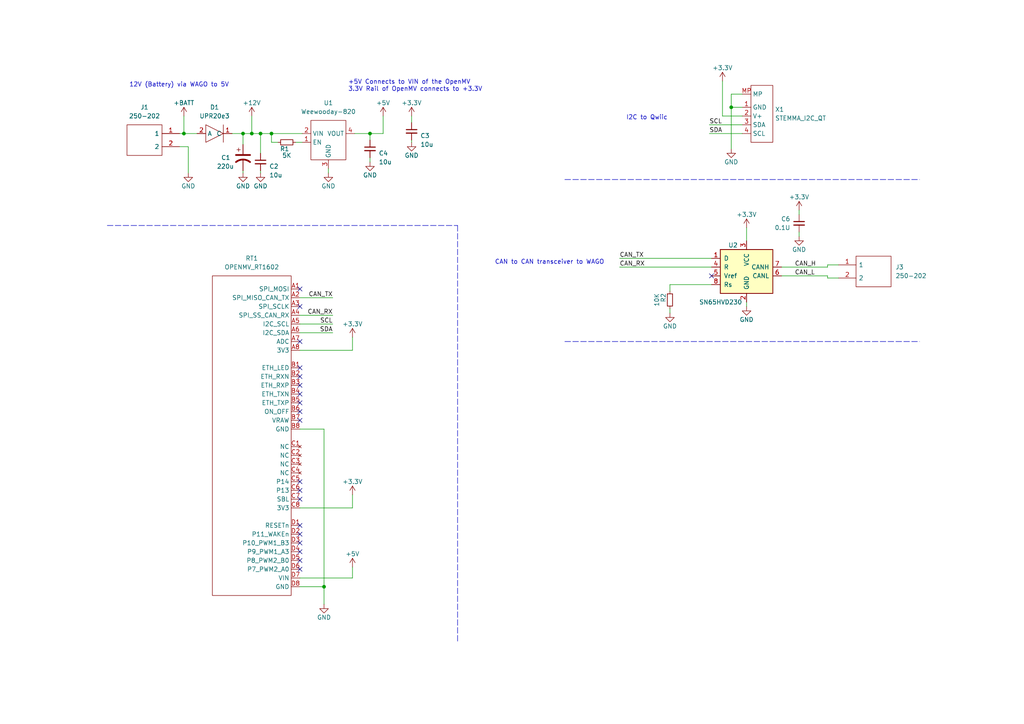
<source format=kicad_sch>
(kicad_sch (version 20211123) (generator eeschema)
  (paper "A4")
  (lib_symbols
    (symbol "Appreciate:250-202" (pin_names (offset 0.762))
      (property "Reference" "J" (at 16.51 7.62 0))
      (property "Value" "250-202" (at 16.51 5.08 0))
      (symbol "250-202_0_0"
        (pin passive line (at 0 0 0) (length 5.08) (name "1") (number "1"))
        (pin passive line (at 0 -3.81 0) (length 5.08) (name "2") (number "2"))
      )
      (symbol "250-202_0_1"
        (polyline (pts (xy 5.08 2.54) (xy 15.24 2.54) (xy 15.24 -6.35) (xy 5.08 -6.35) (xy 5.08 2.54)) (stroke (width 0.1524)))
      )
    )
    (symbol "Appreciate:OPENMV_RT1602"
      (property "Reference" "RT1602" (at -6.35 -43.18 0))
      (property "Value" "OPENMV_RT1602" (at 0 -48.26 0))
      (symbol "OPENMV_RT1602_0_1"
        (rectangle (start 10.16 -45.72) (end -12.7 46.99))
      )
      (symbol "OPENMV_RT1602_1_1"
        (pin passive line (at 12.7 43.18 180) (length 2.54) (name "SPI_MOSI") (number "A1"))
        (pin passive line (at 12.7 40.64 180) (length 2.54) (name "SPI_MISO_CAN_TX") (number "A2"))
        (pin passive line (at 12.7 38.1 180) (length 2.54) (name "SPI_SCLK") (number "A3"))
        (pin passive line (at 12.7 35.56 180) (length 2.54) (name "SPI_SS_CAN_RX") (number "A4"))
        (pin passive line (at 12.7 33.02 180) (length 2.54) (name "I2C_SCL") (number "A5"))
        (pin passive line (at 12.7 30.48 180) (length 2.54) (name "I2C_SDA") (number "A6"))
        (pin passive line (at 12.7 27.94 180) (length 2.54) (name "ADC") (number "A7"))
        (pin passive line (at 12.7 25.4 180) (length 2.54) (name "3V3") (number "A8"))
        (pin passive line (at 12.7 20.32 180) (length 2.54) (name "ETH_LED") (number "B1"))
        (pin passive line (at 12.7 17.78 180) (length 2.54) (name "ETH_RXN") (number "B2"))
        (pin passive line (at 12.7 15.24 180) (length 2.54) (name "ETH_RXP") (number "B3"))
        (pin passive line (at 12.7 12.7 180) (length 2.54) (name "ETH_TXN") (number "B4"))
        (pin passive line (at 12.7 10.16 180) (length 2.54) (name "ETH_TXP") (number "B5"))
        (pin passive line (at 12.7 7.62 180) (length 2.54) (name "ON_OFF") (number "B6"))
        (pin passive line (at 12.7 5.08 180) (length 2.54) (name "VRAW") (number "B7"))
        (pin passive line (at 12.7 2.54 180) (length 2.54) (name "GND") (number "B8"))
        (pin no_connect line (at 12.7 -2.54 180) (length 2.54) (name "NC") (number "C1"))
        (pin no_connect line (at 12.7 -5.08 180) (length 2.54) (name "NC") (number "C2"))
        (pin no_connect line (at 12.7 -7.62 180) (length 2.54) (name "NC") (number "C3"))
        (pin no_connect line (at 12.7 -10.16 180) (length 2.54) (name "NC") (number "C4"))
        (pin passive line (at 12.7 -12.7 180) (length 2.54) (name "P14") (number "C5"))
        (pin passive line (at 12.7 -15.24 180) (length 2.54) (name "P13") (number "C6"))
        (pin passive line (at 12.7 -17.78 180) (length 2.54) (name "SBL") (number "C7"))
        (pin passive line (at 12.7 -20.32 180) (length 2.54) (name "3V3") (number "C8"))
        (pin passive line (at 12.7 -25.4 180) (length 2.54) (name "RESETn") (number "D1"))
        (pin passive line (at 12.7 -27.94 180) (length 2.54) (name "P11_WAKEn") (number "D2"))
        (pin passive line (at 12.7 -30.48 180) (length 2.54) (name "P10_PWM1_B3") (number "D3"))
        (pin passive line (at 12.7 -33.02 180) (length 2.54) (name "P9_PWM1_A3") (number "D4"))
        (pin passive line (at 12.7 -35.56 180) (length 2.54) (name "P8_PWM2_B0") (number "D5"))
        (pin passive line (at 12.7 -38.1 180) (length 2.54) (name "P7_PWM2_A0") (number "D6"))
        (pin passive line (at 12.7 -40.64 180) (length 2.54) (name "VIN") (number "D7"))
        (pin passive line (at 12.7 -43.18 180) (length 2.54) (name "GND") (number "D8"))
      )
    )
    (symbol "Appreciate:STEMMA_I2C_QT"
      (property "Reference" "X" (at 2.54 20.32 0))
      (property "Value" "STEMMA_I2C_QT" (at 2.54 -2.54 0))
      (symbol "STEMMA_I2C_QT_0_1"
        (rectangle (start 0 16.51) (end 6.35 0))
      )
      (symbol "STEMMA_I2C_QT_1_1"
        (pin passive line (at -2.54 10.16 0) (length 2.54) (name "GND") (number "1"))
        (pin passive line (at -2.54 7.62 0) (length 2.54) (name "V+") (number "2"))
        (pin bidirectional line (at -2.54 5.08 0) (length 2.54) (name "SDA") (number "3"))
        (pin bidirectional line (at -2.54 2.54 0) (length 2.54) (name "SCL") (number "4"))
        (pin passive line (at -2.54 13.97 0) (length 2.54) (name "MP") (number "MP"))
      )
    )
    (symbol "Appreciate:UPR20e3"
      (property "Reference" "D" (at 0 0 0))
      (property "Value" "UPR20e3" (at 0 7.62 0))
      (symbol "UPR20e3_0_1"
        (polyline (pts (xy 2.54 6.35) (xy 2.54 1.27)))
        (polyline (pts (xy -2.54 6.35) (xy -2.54 1.27) (xy 2.54 3.81) (xy -2.54 6.35)))
      )
      (symbol "UPR20e3_1_1"
        (pin power_out line (at 5.08 3.81 180) (length 2.54) (name "C") (number "1"))
        (pin power_in line (at -5.08 3.81 0) (length 2.54) (name "A") (number "2"))
      )
    )
    (symbol "Appreciate:Weewooday-820"
      (property "Reference" "U" (at 0 10.16 0))
      (property "Value" "Weewooday-820" (at 0 13.97 0))
      (symbol "Weewooday-820_0_1"
        (rectangle (start -5.08 11.43) (end 5.08 0))
      )
      (symbol "Weewooday-820_1_1"
        (pin input line (at -7.62 5.08 0) (length 2.54) (name "EN") (number "1"))
        (pin power_in line (at -7.62 7.62 0) (length 2.54) (name "VIN") (number "2"))
        (pin input line (at 0 -2.54 90) (length 2.54) (name "GND") (number "3"))
        (pin power_out line (at 7.62 7.62 180) (length 2.54) (name "VOUT") (number "4"))
      )
    )
    (symbol "Device:C_Polarized_US" (pin_numbers hide) (pin_names (offset 0.254) hide)
      (property "Reference" "C" (at 0.635 2.54 0))
      (property "Value" "C_Polarized_US" (at 0.635 -2.54 0))
      (symbol "C_Polarized_US_0_1"
        (polyline (pts (xy -2.032 0.762) (xy 2.032 0.762)) (stroke (width 0.508)))
        (polyline (pts (xy -1.778 2.286) (xy -0.762 2.286)))
        (polyline (pts (xy -1.27 1.778) (xy -1.27 2.794)))
        (arc (start 2.032 -1.27) (mid 0 -0.5572) (end -2.032 -1.27) (stroke (width 0.508)))
      )
      (symbol "C_Polarized_US_1_1"
        (pin passive line (at 0 3.81 270) (length 2.794) (name "~") (number "1"))
        (pin passive line (at 0 -3.81 90) (length 3.302) (name "~") (number "2"))
      )
    )
    (symbol "Device:C_Small" (pin_numbers hide) (pin_names (offset 0.254) hide)
      (property "Reference" "C" (at 0.254 1.778 0))
      (property "Value" "C_Small" (at 0.254 -2.032 0))
      (symbol "C_Small_0_1"
        (polyline (pts (xy -1.524 -0.508) (xy 1.524 -0.508)) (stroke (width 0.3302)))
        (polyline (pts (xy -1.524 0.508) (xy 1.524 0.508)) (stroke (width 0.3048)))
      )
      (symbol "C_Small_1_1"
        (pin passive line (at 0 2.54 270) (length 2.032) (name "~") (number "1"))
        (pin passive line (at 0 -2.54 90) (length 2.032) (name "~") (number "2"))
      )
    )
    (symbol "Device:R_Small" (pin_numbers hide) (pin_names (offset 0.254) hide)
      (property "Reference" "R" (at 0.762 0.508 0))
      (property "Value" "R_Small" (at 0.762 -1.016 0))
      (symbol "R_Small_0_1"
        (rectangle (start -0.762 1.778) (end 0.762 -1.778) (stroke (width 0.2032)))
      )
      (symbol "R_Small_1_1"
        (pin passive line (at 0 2.54 270) (length 0.762) (name "~") (number "1"))
        (pin passive line (at 0 -2.54 90) (length 0.762) (name "~") (number "2"))
      )
    )
    (symbol "Interface_CAN_LIN:SN65HVD230" (pin_names (offset 1.016))
      (property "Reference" "U" (at -2.54 10.16 0))
      (property "Value" "SN65HVD230" (at -2.54 7.62 0))
      (symbol "SN65HVD230_0_1"
        (rectangle (start -7.62 5.08) (end 7.62 -7.62) (stroke (width 0.254)) (fill (type background)))
      )
      (symbol "SN65HVD230_1_1"
        (pin input line (at -10.16 2.54 0) (length 2.54) (name "D") (number "1"))
        (pin power_in line (at 0 -10.16 90) (length 2.54) (name "GND") (number "2"))
        (pin power_in line (at 0 7.62 270) (length 2.54) (name "VCC") (number "3"))
        (pin output line (at -10.16 0 0) (length 2.54) (name "R") (number "4"))
        (pin output line (at -10.16 -2.54 0) (length 2.54) (name "Vref") (number "5"))
        (pin bidirectional line (at 10.16 -2.54 180) (length 2.54) (name "CANL") (number "6"))
        (pin bidirectional line (at 10.16 0 180) (length 2.54) (name "CANH") (number "7"))
        (pin input line (at -10.16 -5.08 0) (length 2.54) (name "Rs") (number "8"))
      )
    )
    (symbol "power:+12V" (power) (pin_names (offset 0))
      (property "Value" "+12V" (at 0 3.556 0))
      (symbol "+12V_0_1"
        (polyline (pts (xy -0.762 1.27) (xy 0 2.54)))
        (polyline (pts (xy 0 0) (xy 0 2.54)))
        (polyline (pts (xy 0 2.54) (xy 0.762 1.27)))
      )
      (symbol "+12V_1_1"
        (pin power_in line (at 0 0 90) (length 0) hide (name "+12V") (number "1"))
      )
    )
    (symbol "power:+3.3V" (power) (pin_names (offset 0))
      (property "Value" "+3.3V" (at 0 3.556 0))
      (symbol "+3.3V_0_1"
        (polyline (pts (xy -0.762 1.27) (xy 0 2.54)))
        (polyline (pts (xy 0 0) (xy 0 2.54)))
        (polyline (pts (xy 0 2.54) (xy 0.762 1.27)))
      )
      (symbol "+3.3V_1_1"
        (pin power_in line (at 0 0 90) (length 0) hide (name "+3.3V") (number "1"))
      )
    )
    (symbol "power:+5V" (power) (pin_names (offset 0))
      (property "Value" "+5V" (at 0 3.556 0))
      (symbol "+5V_0_1"
        (polyline (pts (xy -0.762 1.27) (xy 0 2.54)))
        (polyline (pts (xy 0 0) (xy 0 2.54)))
        (polyline (pts (xy 0 2.54) (xy 0.762 1.27)))
      )
      (symbol "+5V_1_1"
        (pin power_in line (at 0 0 90) (length 0) hide (name "+5V") (number "1"))
      )
    )
    (symbol "power:+BATT" (power) (pin_names (offset 0))
      (property "Value" "+BATT" (at 0 3.556 0))
      (symbol "+BATT_0_1"
        (polyline (pts (xy -0.762 1.27) (xy 0 2.54)))
        (polyline (pts (xy 0 0) (xy 0 2.54)))
        (polyline (pts (xy 0 2.54) (xy 0.762 1.27)))
      )
      (symbol "+BATT_1_1"
        (pin power_in line (at 0 0 90) (length 0) hide (name "+BATT") (number "1"))
      )
    )
    (symbol "power:GND" (power) (pin_names (offset 0))
      (property "Value" "GND" (at 0 -3.81 0))
      (symbol "GND_0_1"
        (polyline (pts (xy 0 0) (xy 0 -1.27) (xy 1.27 -1.27) (xy 0 -2.54) (xy -1.27 -1.27) (xy 0 -1.27)))
      )
      (symbol "GND_1_1"
        (pin power_in line (at 0 0 270) (length 0) hide (name "GND") (number "1"))
      )
    )
  )
  (junction (at 107.315 38.735))
  (junction (at 93.98 170.18))
  (junction (at 73.025 38.735))
  (junction (at 75.565 38.735))
  (junction (at 53.34 38.735))
  (junction (at 70.485 38.735))
  (junction (at 212.09 31.115))
  (junction (at 78.74 38.735))
  (no_connect (at 206.375 80.01))
  (no_connect (at 86.995 121.92))
  (no_connect (at 86.995 111.76))
  (no_connect (at 86.995 109.22))
  (no_connect (at 86.995 106.68))
  (no_connect (at 86.995 114.3))
  (no_connect (at 86.995 116.84))
  (no_connect (at 86.995 83.82))
  (no_connect (at 86.995 88.9))
  (no_connect (at 86.995 99.06))
  (no_connect (at 86.995 142.24))
  (no_connect (at 86.995 119.38))
  (no_connect (at 86.995 139.7))
  (no_connect (at 86.995 152.4))
  (no_connect (at 86.995 144.78))
  (no_connect (at 86.995 162.56))
  (no_connect (at 86.995 160.02))
  (no_connect (at 86.995 157.48))
  (no_connect (at 86.995 154.94))
  (no_connect (at 86.995 165.1))
  (polyline (pts (xy 163.83 52.07) (xy 266.7 52.07)))
  (wire (pts (xy 194.31 82.55) (xy 206.375 82.55)))
  (wire (pts (xy 205.74 38.735) (xy 215.265 38.735)))
  (wire (pts (xy 194.31 84.455) (xy 194.31 82.55)))
  (wire (pts (xy 54.61 42.545) (xy 52.07 42.545)))
  (wire (pts (xy 86.995 86.36) (xy 96.52 86.36)))
  (wire (pts (xy 102.235 147.32) (xy 86.995 147.32)))
  (wire (pts (xy 85.725 41.275) (xy 87.63 41.275)))
  (wire (pts (xy 212.09 27.305) (xy 212.09 31.115)))
  (wire (pts (xy 102.235 101.6) (xy 86.995 101.6)))
  (wire (pts (xy 93.98 170.18) (xy 93.98 175.26)))
  (wire (pts (xy 231.775 60.96) (xy 231.775 62.23)))
  (wire (pts (xy 216.535 87.63) (xy 216.535 88.9)))
  (wire (pts (xy 80.645 41.275) (xy 78.74 41.275)))
  (wire (pts (xy 93.98 124.46) (xy 93.98 170.18)))
  (wire (pts (xy 54.61 50.165) (xy 54.61 42.545)))
  (wire (pts (xy 95.25 48.895) (xy 95.25 50.165)))
  (wire (pts (xy 73.025 38.735) (xy 75.565 38.735)))
  (wire (pts (xy 86.995 124.46) (xy 93.98 124.46)))
  (wire (pts (xy 119.38 40.64) (xy 119.38 41.275)))
  (wire (pts (xy 119.38 33.655) (xy 119.38 35.56)))
  (wire (pts (xy 102.235 97.79) (xy 102.235 101.6)))
  (wire (pts (xy 67.31 38.735) (xy 70.485 38.735)))
  (polyline (pts (xy 31.115 65.405) (xy 132.715 65.405)))
  (wire (pts (xy 179.705 74.93) (xy 206.375 74.93)))
  (wire (pts (xy 240.03 80.645) (xy 240.03 80.01)))
  (wire (pts (xy 86.995 91.44) (xy 96.52 91.44)))
  (wire (pts (xy 73.025 33.655) (xy 73.025 38.735)))
  (wire (pts (xy 78.74 38.735) (xy 87.63 38.735)))
  (wire (pts (xy 212.09 31.115) (xy 215.265 31.115)))
  (wire (pts (xy 102.235 143.51) (xy 102.235 147.32)))
  (wire (pts (xy 111.125 33.655) (xy 111.125 38.735)))
  (wire (pts (xy 70.485 49.53) (xy 70.485 50.165)))
  (wire (pts (xy 75.565 38.735) (xy 75.565 44.45)))
  (wire (pts (xy 75.565 49.53) (xy 75.565 50.165)))
  (wire (pts (xy 107.315 45.72) (xy 107.315 46.99)))
  (wire (pts (xy 209.55 33.655) (xy 209.55 23.495)))
  (wire (pts (xy 226.695 77.47) (xy 240.03 77.47)))
  (polyline (pts (xy 132.715 65.405) (xy 132.715 186.055)))
  (wire (pts (xy 240.03 80.645) (xy 243.205 80.645)))
  (wire (pts (xy 107.315 38.735) (xy 102.87 38.735)))
  (wire (pts (xy 216.535 66.04) (xy 216.535 69.85)))
  (wire (pts (xy 102.235 167.64) (xy 102.235 164.465)))
  (wire (pts (xy 53.34 33.655) (xy 53.34 38.735)))
  (wire (pts (xy 240.03 76.835) (xy 243.205 76.835)))
  (wire (pts (xy 240.03 77.47) (xy 240.03 76.835)))
  (wire (pts (xy 194.31 89.535) (xy 194.31 90.805)))
  (wire (pts (xy 70.485 38.735) (xy 73.025 38.735)))
  (wire (pts (xy 111.125 38.735) (xy 107.315 38.735)))
  (wire (pts (xy 70.485 38.735) (xy 70.485 41.91)))
  (wire (pts (xy 52.07 38.735) (xy 53.34 38.735)))
  (wire (pts (xy 86.995 167.64) (xy 102.235 167.64)))
  (wire (pts (xy 215.265 33.655) (xy 209.55 33.655)))
  (wire (pts (xy 205.74 36.195) (xy 215.265 36.195)))
  (wire (pts (xy 179.705 77.47) (xy 206.375 77.47)))
  (wire (pts (xy 215.265 27.305) (xy 212.09 27.305)))
  (wire (pts (xy 226.695 80.01) (xy 240.03 80.01)))
  (wire (pts (xy 86.995 170.18) (xy 93.98 170.18)))
  (wire (pts (xy 212.09 31.115) (xy 212.09 43.18)))
  (wire (pts (xy 78.74 41.275) (xy 78.74 38.735)))
  (wire (pts (xy 86.995 93.98) (xy 96.52 93.98)))
  (polyline (pts (xy 163.83 99.06) (xy 266.7 99.06)))
  (wire (pts (xy 53.34 38.735) (xy 57.15 38.735)))
  (wire (pts (xy 231.775 67.31) (xy 231.775 68.58)))
  (wire (pts (xy 75.565 38.735) (xy 78.74 38.735)))
  (wire (pts (xy 107.315 38.735) (xy 107.315 40.64)))
  (wire (pts (xy 86.995 96.52) (xy 96.52 96.52)))
  (text "CAN to CAN transceiver to WAGO" (at 143.51 76.835 0) (effects (font (size 1.27 1.27)) (justify left bottom)))
  (text "+5V Connects to VIN of the OpenMV\n3.3V Rail of OpenMV connects to +3.3V" (at 100.965 26.67 0) (effects (font (size 1.27 1.27)) (justify left bottom)))
  (text "I2C to Qwiic" (at 181.61 34.925 0) (effects (font (size 1.27 1.27)) (justify left bottom)))
  (text "12V (Battery) via WAGO to 5V" (at 37.465 25.4 0) (effects (font (size 1.27 1.27)) (justify left bottom)))
  (label "CAN_H" (at 230.505 77.47 0))
  (label "CAN_TX" (at 96.52 86.36 180))
  (label "CAN_L" (at 230.505 80.01 0))
  (label "CAN_RX" (at 179.705 77.47 0))
  (label "SCL" (at 96.52 93.98 180))
  (label "CAN_RX" (at 96.52 91.44 180))
  (label "CAN_TX" (at 179.705 74.93 0))
  (label "SDA" (at 96.52 96.52 180))
  (label "SCL" (at 205.74 36.195 0))
  (label "SDA" (at 205.74 38.735 0))
  (symbol (lib_id "Appreciate:UPR20e3") (at 62.23 42.545 0) (unit 1)
    (property "Reference" "D1" (at 62.23 31.115 0))
    (property "Value" "UPR20e3" (at 62.23 33.655 0))
    (property "Footprint" "Appreciate:DO-216" (effects hide))
  )
  (symbol (lib_id "power:GND") (at 212.09 43.18 0) (unit 1)
    (property "Reference" "#PWR0119" (effects hide))
    (property "Value" "GND" (at 212.09 46.99 0))
  )
  (symbol (lib_id "Interface_CAN_LIN:SN65HVD230") (at 216.535 77.47 0) (unit 1)
    (property "Reference" "U2" (at 213.995 71.12 0) (effects (justify right)))
    (property "Value" "SN65HVD230" (at 215.265 87.63 0) (effects (justify right)))
    (property "Footprint" "Package_SO:SOIC-8_3.9x4.9mm_P1.27mm" (effects hide))
    (property "Datasheet" "http://www.ti.com/lit/ds/symlink/sn65hvd230.pdf" (effects hide))
  )
  (symbol (lib_id "power:GND") (at 54.61 50.165 0) (unit 1)
    (property "Reference" "#PWR0111" (effects hide))
    (property "Value" "GND" (at 54.61 53.975 0))
  )
  (symbol (lib_id "power:+3.3V") (at 209.55 23.495 0) (mirror y) (unit 1)
    (property "Reference" "#PWR0121" (effects hide))
    (property "Value" "+3.3V" (at 209.55 19.685 0))
  )
  (symbol (lib_id "power:+3.3V") (at 102.235 97.79 0) (mirror y) (unit 1)
    (property "Reference" "#PWR0102" (effects hide))
    (property "Value" "+3.3V" (at 102.235 93.98 0))
  )
  (symbol (lib_id "power:+BATT") (at 53.34 33.655 0) (unit 1)
    (property "Reference" "#PWR01" (effects hide))
    (property "Value" "+BATT" (at 53.34 29.845 0))
  )
  (symbol (lib_id "power:GND") (at 216.535 88.9 0) (mirror y) (unit 1)
    (property "Reference" "#PWR0107" (effects hide))
    (property "Value" "GND" (at 216.535 92.71 0))
  )
  (symbol (lib_id "Device:C_Small") (at 231.775 64.77 0) (mirror y) (unit 1)
    (property "Reference" "C6" (at 229.235 63.5062 0) (effects (justify left)))
    (property "Value" "0.1U" (at 229.235 66.0462 0) (effects (justify left)))
    (property "Footprint" "Capacitor_SMD:C_1206_3216Metric" (effects hide))
  )
  (symbol (lib_id "power:GND") (at 231.775 68.58 0) (mirror y) (unit 1)
    (property "Reference" "#PWR0118" (effects hide))
    (property "Value" "GND" (at 231.775 72.39 0))
  )
  (symbol (lib_id "power:GND") (at 107.315 46.99 0) (unit 1)
    (property "Reference" "#PWR03" (effects hide))
    (property "Value" "GND" (at 107.315 50.8 0))
  )
  (symbol (lib_id "power:+3.3V") (at 216.535 66.04 0) (mirror y) (unit 1)
    (property "Reference" "#PWR0105" (effects hide))
    (property "Value" "+3.3V" (at 216.535 62.23 0))
  )
  (symbol (lib_id "Appreciate:STEMMA_I2C_QT") (at 217.805 41.275 0) (unit 1)
    (property "Reference" "X1" (at 224.79 31.7499 0) (effects (justify left)))
    (property "Value" "STEMMA_I2C_QT" (at 224.79 34.2899 0) (effects (justify left)))
    (property "Footprint" "Connector_JST:JST_SH_BM04B-SRSS-TB_1x04-1MP_P1.00mm_Vertical" (effects hide))
    (property "Datasheet" "https://www.jst-mfg.com/product/pdf/eng/eSH.pdf" (effects hide))
    (property "LCSC" "C545725" (effects hide))
  )
  (symbol (lib_id "power:+3.3V") (at 102.235 143.51 0) (mirror y) (unit 1)
    (property "Reference" "#PWR0101" (effects hide))
    (property "Value" "+3.3V" (at 102.235 139.7 0))
  )
  (symbol (lib_id "Device:C_Small") (at 107.315 43.18 0) (unit 1)
    (property "Reference" "C4" (at 109.855 44.45 0) (effects (justify left)))
    (property "Value" "10u" (at 109.855 46.99 0) (effects (justify left)))
    (property "Footprint" "Capacitor_SMD:C_1206_3216Metric" (effects hide))
    (property "LCSC" "C14860" (effects hide))
  )
  (symbol (lib_id "power:+5V") (at 102.235 164.465 0) (unit 1)
    (property "Reference" "#PWR0103" (effects hide))
    (property "Value" "+5V" (at 102.235 160.655 0))
  )
  (symbol (lib_id "power:+12V") (at 73.025 33.655 0) (unit 1)
    (property "Reference" "#PWR02" (effects hide))
    (property "Value" "+12V" (at 73.025 29.845 0))
  )
  (symbol (lib_id "power:GND") (at 70.485 50.165 0) (unit 1)
    (property "Reference" "#PWR0114" (effects hide))
    (property "Value" "GND" (at 70.485 53.975 0))
  )
  (symbol (lib_id "Device:C_Polarized_US") (at 70.485 45.72 0) (unit 1)
    (property "Reference" "C1" (at 64.135 45.72 0) (effects (justify left)))
    (property "Value" "220u" (at 62.865 48.26 0) (effects (justify left)))
    (property "Footprint" "Capacitor_SMD:CP_Elec_6.3x7.7" (effects hide))
    (property "LCSC" "C340767" (effects hide))
  )
  (symbol (lib_id "Device:C_Small") (at 119.38 38.1 0) (unit 1)
    (property "Reference" "C3" (at 121.92 39.37 0) (effects (justify left)))
    (property "Value" "10u" (at 121.92 41.91 0) (effects (justify left)))
    (property "Footprint" "Capacitor_SMD:C_1206_3216Metric" (effects hide))
    (property "LCSC" "C14860" (effects hide))
  )
  (symbol (lib_id "power:+3.3V") (at 231.775 60.96 0) (mirror y) (unit 1)
    (property "Reference" "#PWR0120" (effects hide))
    (property "Value" "+3.3V" (at 231.775 57.15 0))
  )
  (symbol (lib_id "power:GND") (at 95.25 50.165 0) (unit 1)
    (property "Reference" "#PWR0113" (effects hide))
    (property "Value" "GND" (at 95.25 53.975 0))
  )
  (symbol (lib_id "Appreciate:250-202") (at 243.205 76.835 0) (unit 1)
    (property "Reference" "J3" (at 259.715 77.4699 0) (effects (justify left)))
    (property "Value" "250-202" (at 259.715 80.0099 0) (effects (justify left)))
    (property "Footprint" "Appreciate:250202" (effects hide))
    (property "Datasheet" "https://www.wago.com/gb/pcb-terminal-blocks-and-pluggable-connectors/1-conductor-pcb-terminal-strip/p/250-202" (effects hide))
    (property "Description" "Wago 250 Series, Female 2 Pole 2 Way PCB Terminal Strip, PCB Mount" (effects hide))
    (property "Height" "13.1" (effects hide))
    (property "Manufacturer_Name" "Wago" (effects hide))
    (property "Manufacturer_Part_Number" "250-202" (effects hide))
  )
  (symbol (lib_id "power:GND") (at 119.38 41.275 0) (unit 1)
    (property "Reference" "#PWR0117" (effects hide))
    (property "Value" "GND" (at 119.38 45.085 0))
  )
  (symbol (lib_id "power:+5V") (at 111.125 33.655 0) (unit 1)
    (property "Reference" "#PWR0116" (effects hide))
    (property "Value" "+5V" (at 111.125 29.845 0))
  )
  (symbol (lib_id "power:GND") (at 194.31 90.805 0) (mirror y) (unit 1)
    (property "Reference" "#PWR0106" (effects hide))
    (property "Value" "GND" (at 194.31 94.615 0))
  )
  (symbol (lib_id "Appreciate:Weewooday-820") (at 95.25 46.355 0) (unit 1)
    (property "Reference" "U1" (at 95.25 29.845 0))
    (property "Value" "Weewooday-820" (at 95.25 32.385 0))
    (property "Footprint" "Appreciate:Weewooday-820" (effects hide))
  )
  (symbol (lib_id "Device:R_Small") (at 194.31 86.995 0) (unit 1)
    (property "Reference" "R2" (at 192.405 86.36 90))
    (property "Value" "10K" (at 190.5 86.995 90))
    (property "Footprint" "Resistor_SMD:R_1206_3216Metric" (effects hide))
  )
  (symbol (lib_id "Appreciate:OPENMV_RT1602") (at 74.295 127 0) (unit 1)
    (property "Reference" "RT1" (at 73.025 74.93 0))
    (property "Value" "OPENMV_RT1602" (at 73.025 77.47 0))
    (property "Footprint" "Appreciate:RT1062" (effects hide))
  )
  (symbol (lib_id "Device:R_Small") (at 83.185 41.275 90) (unit 1)
    (property "Reference" "R1" (at 82.55 43.18 90))
    (property "Value" "5K" (at 83.185 45.085 90))
    (property "Footprint" "Resistor_SMD:R_1206_3216Metric" (effects hide))
  )
  (symbol (lib_id "power:GND") (at 75.565 50.165 0) (unit 1)
    (property "Reference" "#PWR0112" (effects hide))
    (property "Value" "GND" (at 75.565 53.975 0))
  )
  (symbol (lib_id "Appreciate:250-202") (at 52.07 38.735 0) (mirror y) (unit 1)
    (property "Reference" "J1" (at 41.91 31.115 0))
    (property "Value" "250-202" (at 41.91 33.655 0))
    (property "Footprint" "Appreciate:250202" (effects hide))
    (property "Datasheet" "https://www.wago.com/gb/pcb-terminal-blocks-and-pluggable-connectors/1-conductor-pcb-terminal-strip/p/250-202" (effects hide))
    (property "Description" "Wago 250 Series, Female 2 Pole 2 Way PCB Terminal Strip, PCB Mount" (effects hide))
    (property "Height" "13.1" (effects hide))
    (property "Manufacturer_Name" "Wago" (effects hide))
    (property "Manufacturer_Part_Number" "250-202" (effects hide))
  )
  (symbol (lib_id "power:+3.3V") (at 119.38 33.655 0) (mirror y) (unit 1)
    (property "Reference" "#PWR0115" (effects hide))
    (property "Value" "+3.3V" (at 119.38 29.845 0))
  )
  (symbol (lib_id "power:GND") (at 93.98 175.26 0) (unit 1)
    (property "Reference" "#PWR0104" (effects hide))
    (property "Value" "GND" (at 93.98 179.07 0))
  )
  (symbol (lib_id "Device:C_Small") (at 75.565 46.99 0) (unit 1)
    (property "Reference" "C2" (at 78.105 48.26 0) (effects (justify left)))
    (property "Value" "10u" (at 78.105 50.8 0) (effects (justify left)))
    (property "Footprint" "Capacitor_SMD:C_1206_3216Metric" (effects hide))
    (property "LCSC" "C14860" (effects hide))
  )
)
</source>
